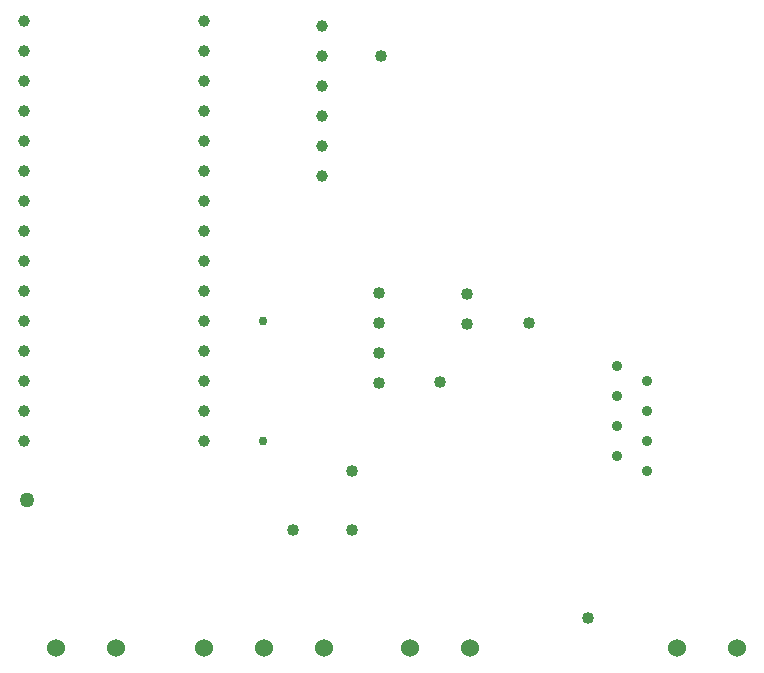
<source format=gbr>
G04 PROTEUS GERBER X2 FILE*
%TF.GenerationSoftware,Labcenter,Proteus,8.10-SP3-Build29560*%
%TF.CreationDate,2022-04-01T22:25:54+00:00*%
%TF.FileFunction,Plated,0,1,PTH*%
%TF.FilePolarity,Positive*%
%TF.Part,Single*%
%TF.SameCoordinates,{d6a88fbf-1cde-4ff9-8d92-a6d7fee4950a}*%
%FSLAX45Y45*%
%MOMM*%
G01*
%TA.AperFunction,ComponentDrill*%
%ADD40C,1.000000*%
%TA.AperFunction,ComponentDrill*%
%ADD41C,0.762000*%
%TA.AperFunction,ComponentDrill*%
%ADD42C,1.016000*%
%TA.AperFunction,ComponentDrill*%
%ADD43C,1.524000*%
%TA.AperFunction,ComponentDrill*%
%ADD44C,0.889000*%
%TA.AperFunction,OtherDrill,Unknown*%
%ADD45C,1.270000*%
%TD.AperFunction*%
D40*
X-10250000Y+6250000D03*
X-10250000Y+6504000D03*
X-10250000Y+6758000D03*
X-10250000Y+7012000D03*
X-10250000Y+7266000D03*
X-10250000Y+7520000D03*
X-10250000Y+7774000D03*
X-10250000Y+8028000D03*
X-10250000Y+8282000D03*
X-10250000Y+8536000D03*
X-10250000Y+8790000D03*
X-10250000Y+9044000D03*
X-10250000Y+9298000D03*
X-10250000Y+9552000D03*
X-10250000Y+9806000D03*
X-11774000Y+9806000D03*
X-11774000Y+9552000D03*
X-11774000Y+9298000D03*
X-11774000Y+9044000D03*
X-11774000Y+8790000D03*
X-11774000Y+8536000D03*
X-11774000Y+8282000D03*
X-11774000Y+8028000D03*
X-11774000Y+7774000D03*
X-11774000Y+7520000D03*
X-11774000Y+7266000D03*
X-11774000Y+7012000D03*
X-11774000Y+6758000D03*
X-11774000Y+6504000D03*
X-11774000Y+6250000D03*
X-9250000Y+8500000D03*
X-9250000Y+8754000D03*
X-9250000Y+9008000D03*
X-9250000Y+9262000D03*
X-9250000Y+9516000D03*
X-9250000Y+9770000D03*
D41*
X-9750000Y+6250000D03*
X-9750000Y+7266000D03*
D42*
X-8771000Y+6746000D03*
X-8771000Y+7000000D03*
X-8771000Y+7254000D03*
X-8771000Y+7508000D03*
D43*
X-6250000Y+4500000D03*
X-5742000Y+4500000D03*
X-11500000Y+4500000D03*
X-10992000Y+4500000D03*
X-8000000Y+4500000D03*
X-8508000Y+4500000D03*
X-9234000Y+4500000D03*
X-9742000Y+4500000D03*
X-10250000Y+4500000D03*
D42*
X-8021000Y+7246000D03*
X-8021000Y+7500000D03*
D44*
X-6500000Y+6000000D03*
X-6754000Y+6127000D03*
X-6500000Y+6254000D03*
X-6754000Y+6381000D03*
X-6500000Y+6508000D03*
X-6754000Y+6635000D03*
X-6500000Y+6762000D03*
X-6754000Y+6889000D03*
D45*
X-11750000Y+5750000D03*
D42*
X-9500000Y+5500000D03*
X-8750000Y+9516000D03*
X-9000000Y+5500000D03*
X-9000000Y+6000000D03*
X-7500000Y+7250000D03*
X-7000000Y+4750000D03*
X-8250000Y+6750000D03*
M02*

</source>
